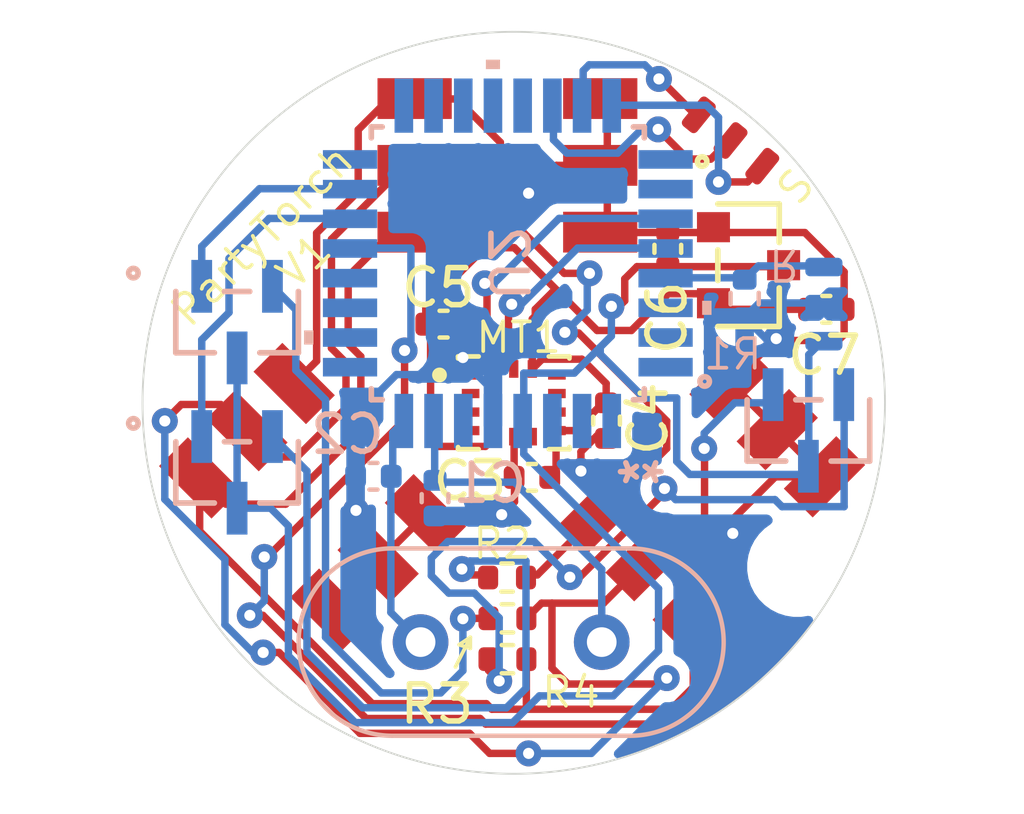
<source format=kicad_pcb>
(kicad_pcb (version 20240108) (generator "pcbnew") (generator_version "8.0")
  (layers (0 "F.Cu" signal) (31 "B.Cu" power) (34 "B.Paste" user) (35 "F.Paste" user) (36 "B.SilkS" user "B.Silkscreen") (37 "F.SilkS" user "F.Silkscreen") (38 "B.Mask" user) (39 "F.Mask" user) (44 "Edge.Cuts" user))
  (net 0 "")
  (net 1 "GND")
  (net 2 "/microcontroller/XTAL1")
  (net 3 "/microcontroller/XTAL2")
  (net 13 "Net-(U3-EMITTER)")
  (net 15 "Net-(U4-EMITTER)")
  (net 19 "Net-(U5-EMITTER)")
  (net 21 "+5V")
  (net 22 "+3V3")
  (net 35 "Red")
  (net 36 "IMU_SCL")
  (net 37 "IMU_SDA")
  (net 38 "Green")
  (net 39 "Blue")
  (net 40 "redPin")
  (net 41 "greenPin")
  (net 42 "bluePin")
  (net 43 "/microcontroller/ICSP_Reset")
  (net 44 "/microcontroller/ICSP_MISO")
  (net 45 "/microcontroller/ICSP_MOSI")
  (net 46 "/microcontroller/ICSP_SCK")
  (footprint "Library:QLSP08RGB" (layer "F.Cu") (at 117.804416 113.845585 -45)
    (property "Reference" "QLSP08RGB1")
    (property "Value" "~")
    (pad "1" smd rect (at 2.5 -1.8 315) (size 2 1.1) (layers "F.Cu" "F.Paste" "F.Mask") (net 1 "GND"))
    (pad "2" smd rect (at -2.5 -1.8 315) (size 2 1.1) (layers "F.Cu" "F.Paste" "F.Mask") (net 39 "Blue"))
    (pad "3" smd rect (at 2.5 -3.599999 315) (size 2 1.1) (layers "F.Cu" "F.Paste" "F.Mask") (net 1 "GND"))
    (pad "4" smd rect (at -2.5 -3.599999 315) (size 2 1.1) (layers "F.Cu" "F.Paste" "F.Mask") (net 38 "Green"))
    (pad "5" smd rect (at 2.5 -5.400001 315) (size 2 1.1) (layers "F.Cu" "F.Paste" "F.Mask") (net 1 "GND"))
    (pad "6" smd rect (at -2.5 -5.400001 315) (size 2 1.1) (layers "F.Cu" "F.Paste" "F.Mask") (net 35 "Red"))
  )
  (footprint "Resistor_SMD:R_0402_1005Metric" (layer "F.Cu") (at 125.6 115.69)
    (property "Reference" "R4" (at 1.71 0.89 0) (layer "F.SilkS") (effects (font (size 0.8 0.8) (thickness 0.1))))
    (property "Value" "27")
    (pad "1" smd roundrect (at -0.51 0) (size 0.54 0.64) (layers "F.Cu" "F.Paste" "F.Mask") (net 19 "Net-(U5-EMITTER)"))
    (pad "2" smd roundrect (at 0.51 0) (size 0.54 0.64) (layers "F.Cu" "F.Paste" "F.Mask") (net 39 "Blue"))
  )
  (footprint "Library:QLSP08RGB" (layer "F.Cu") (at 125.6 105.98)
    (property "Reference" "QLSP08RGB2" (hide yes))
    (property "Value" "~")
    (pad "1" smd rect (at 2.5 -1.8) (size 2 1.1) (layers "F.Cu" "F.Paste" "F.Mask") (net 1 "GND"))
    (pad "2" smd rect (at -2.5 -1.8) (size 2 1.1) (layers "F.Cu" "F.Paste" "F.Mask") (net 39 "Blue"))
    (pad "3" smd rect (at 2.5 -3.6) (size 2 1.1) (layers "F.Cu" "F.Paste" "F.Mask") (net 1 "GND"))
    (pad "4" smd rect (at -2.5 -3.6) (size 2 1.1) (layers "F.Cu" "F.Paste" "F.Mask") (net 38 "Green"))
    (pad "5" smd rect (at 2.5 -5.4) (size 2 1.1) (layers "F.Cu" "F.Paste" "F.Mask") (net 1 "GND"))
    (pad "6" smd rect (at -2.5 -5.4) (size 2 1.1) (layers "F.Cu" "F.Paste" "F.Mask") (net 35 "Red"))
  )
  (footprint "Resistor_SMD:R_0402_1005Metric" (layer "F.Cu") (at 125.59 113.49)
    (property "Reference" "R2" (at -0.13 -0.92 0) (layer "F.SilkS") (effects (font (size 0.8 0.8) (thickness 0.1))))
    (property "Value" "43")
    (pad "1" smd roundrect (at -0.51 0) (size 0.54 0.64) (layers "F.Cu" "F.Paste" "F.Mask") (net 13 "Net-(U3-EMITTER)"))
    (pad "2" smd roundrect (at 0.51 0) (size 0.54 0.64) (layers "F.Cu" "F.Paste" "F.Mask") (net 35 "Red"))
  )
  (footprint "AP2120N_3_3TRG1:SOT-23_DIO" (layer "F.Cu") (at 132.095 105.071501 -90)
    (property "Reference" "U1" (hide yes))
    (property "Value" "AP2120N-3.3TRG1")
    (pad "1" smd rect (at -1.024999 0.944999 270) (size 0.8128 0.889) (layers "F.Cu" "F.Paste" "F.Mask") (net 1 "GND"))
    (pad "2" smd rect (at 1.024999 0.944999 270) (size 0.8128 0.889) (layers "F.Cu" "F.Paste" "F.Mask") (net 22 "+3V3"))
    (pad "3" smd rect (at 0 -0.945 270) (size 0.8128 0.889) (layers "F.Cu" "F.Paste" "F.Mask") (net 21 "+5V"))
  )
  (footprint "Capacitor_SMD:C_0402_1005Metric" (layer "F.Cu") (at 126.26 110.79 180)
    (property "Reference" "C3" (at 1.67 -0.09 180) (layer "F.SilkS"))
    (property "Value" "0.1u")
    (pad "1" smd roundrect (at -0.48 0 180) (size 0.56 0.62) (layers "F.Cu" "F.Paste" "F.Mask") (net 22 "+3V3"))
    (pad "2" smd roundrect (at 0.48 0 180) (size 0.56 0.62) (layers "F.Cu" "F.Paste" "F.Mask") (net 1 "GND"))
  )
  (footprint "MountingHole:MountingHole_2.2mm_M2" (layer "F.Cu") (at 133.41 113.2)
    (property "Reference" "H1" (hide yes))
    (property "Value" "MountingHole")
    (pad "" np_thru_hole circle (at 0 0) (size 2.2 2.2) (drill 2.2) (layers "*.Cu" "*.Mask"))
  )
  (footprint "ICM_42670_P:XDCR_ICM-42670-P" (layer "F.Cu") (at 125.77 108.78)
    (property "Reference" "MT1" (at 0.13 -1.76 0) (layer "F.SilkS") (effects (font (size 0.8 0.8) (thickness 0.1))))
    (property "Value" "ICM-42670-P")
    (pad "1" smd rect (at -1.1625 -0.75) (size 0.475 0.25) (layers "F.Cu") (net 1 "GND"))
    (pad "2" smd rect (at -1.1625 -0.25) (size 0.475 0.25) (layers "F.Cu"))
    (pad "3" smd rect (at -1.1625 0.25) (size 0.475 0.25) (layers "F.Cu"))
    (pad "4" smd rect (at -1.1625 0.75) (size 0.475 0.25) (layers "F.Cu"))
    (pad "5" smd rect (at -0.5 0.9125) (size 0.25 0.475) (layers "F.Cu") (net 22 "+3V3"))
    (pad "6" smd rect (at 0 0.9125) (size 0.25 0.475) (layers "F.Cu") (net 1 "GND"))
    (pad "7" smd rect (at 0.5 0.9125) (size 0.25 0.475) (layers "F.Cu"))
    (pad "8" smd rect (at 1.1625 0.75) (size 0.475 0.25) (layers "F.Cu") (net 22 "+3V3"))
    (pad "9" smd rect (at 1.1625 0.25) (size 0.475 0.25) (layers "F.Cu"))
    (pad "10" smd rect (at 1.1625 -0.25) (size 0.475 0.25) (layers "F.Cu"))
    (pad "11" smd rect (at 1.1625 -0.75) (size 0.475 0.25) (layers "F.Cu"))
    (pad "12" smd rect (at 0.5 -0.9125) (size 0.25 0.475) (layers "F.Cu") (net 22 "+3V3"))
    (pad "13" smd rect (at 0 -0.9125) (size 0.25 0.475) (layers "F.Cu") (net 36 "IMU_SCL"))
    (pad "14" smd rect (at -0.5 -0.9125) (size 0.25 0.475) (layers "F.Cu") (net 37 "IMU_SDA"))
  )
  (footprint "Capacitor_SMD:C_0402_1005Metric" (layer "F.Cu") (at 129.92 104.63 -90)
    (property "Reference" "C6" (at 1.86 0.02 90) (layer "F.SilkS"))
    (property "Value" "1u")
    (pad "1" smd roundrect (at -0.48 0 270) (size 0.56 0.62) (layers "F.Cu" "F.Paste" "F.Mask") (net 1 "GND"))
    (pad "2" smd roundrect (at 0.48 0 270) (size 0.56 0.62) (layers "F.Cu" "F.Paste" "F.Mask") (net 21 "+5V"))
  )
  (footprint "ICSP_partyTorch:ICSP" (layer "F.Cu") (at 131.58001 104.130557 51)
    (property "Reference" "U7" (hide yes))
    (property "Value" "~")
    (pad "1" smd roundrect (at 1.899999 -0.4 51) (size 1 0.5) (layers "F.Cu" "F.Paste" "F.Mask") (net 46 "/microcontroller/ICSP_SCK") (clearance 0.1))
    (pad "2" smd roundrect (at 1.899999 -1.499999 51) (size 1 0.5) (layers "F.Cu" "F.Paste" "F.Mask") (net 45 "/microcontroller/ICSP_MOSI") (clearance 0.1))
    (pad "3" smd roundrect (at 1.9 -2.600001 51) (size 1 0.5) (layers "F.Cu" "F.Paste" "F.Mask") (net 44 "/microcontroller/ICSP_MISO") (clearance 0.1))
  )
  (footprint "Library:QLSP08RGB" (layer "F.Cu") (at 133.645585 113.815585 45)
    (property "Reference" "QLSP08RGB3")
    (property "Value" "~")
    (pad "1" smd rect (at 2.5 -1.8 45) (size 2 1.1) (layers "F.Cu" "F.Paste" "F.Mask") (net 1 "GND"))
    (pad "2" smd rect (at -2.5 -1.8 45) (size 2 1.1) (layers "F.Cu" "F.Paste" "F.Mask") (net 39 "Blue"))
    (pad "3" smd rect (at 2.5 -3.599999 45) (size 2 1.1) (layers "F.Cu" "F.Paste" "F.Mask") (net 1 "GND"))
    (pad "4" smd rect (at -2.5 -3.599999 45) (size 2 1.1) (layers "F.Cu" "F.Paste" "F.Mask") (net 38 "Green"))
    (pad "5" smd rect (at 2.5 -5.400001 45) (size 2 1.1) (layers "F.Cu" "F.Paste" "F.Mask") (net 1 "GND"))
    (pad "6" smd rect (at -2.5 -5.400001 45) (size 2 1.1) (layers "F.Cu" "F.Paste" "F.Mask") (net 35 "Red"))
  )
  (footprint "Capacitor_SMD:C_0402_1005Metric" (layer "F.Cu") (at 134.19 106.26)
    (property "Reference" "C7" (at -0.05 1.24 180) (layer "F.SilkS"))
    (property "Value" "1u")
    (pad "1" smd roundrect (at -0.48 0) (size 0.56 0.62) (layers "F.Cu" "F.Paste" "F.Mask") (net 22 "+3V3"))
    (pad "2" smd roundrect (at 0.48 0) (size 0.56 0.62) (layers "F.Cu" "F.Paste" "F.Mask") (net 1 "GND"))
  )
  (footprint "Capacitor_SMD:C_0402_1005Metric" (layer "F.Cu") (at 123.88 106.66)
    (property "Reference" "C5" (at -0.14 -0.980001 0) (layer "F.SilkS"))
    (property "Value" "10n")
    (pad "1" smd roundrect (at -0.48 0) (size 0.56 0.62) (layers "F.Cu" "F.Paste" "F.Mask") (net 22 "+3V3"))
    (pad "2" smd roundrect (at 0.48 0) (size 0.56 0.62) (layers "F.Cu" "F.Paste" "F.Mask") (net 1 "GND"))
  )
  (footprint "Resistor_SMD:R_0402_1005Metric" (layer "F.Cu") (at 125.6 114.59)
    (property "Reference" "R3" (at -1.9 2.31 180) (layer "F.SilkS"))
    (property "Value" "27")
    (pad "1" smd roundrect (at -0.51 0) (size 0.54 0.64) (layers "F.Cu" "F.Paste" "F.Mask") (net 15 "Net-(U4-EMITTER)"))
    (pad "2" smd roundrect (at 0.51 0) (size 0.54 0.64) (layers "F.Cu" "F.Paste" "F.Mask") (net 38 "Green"))
  )
  (footprint "Capacitor_SMD:C_0402_1005Metric" (layer "F.Cu") (at 128.27 109.26 -90)
    (property "Reference" "C4" (at -0.05 -1.12 90) (layer "F.SilkS"))
    (property "Value" "2.2u")
    (pad "1" smd roundrect (at -0.48 0 270) (size 0.56 0.62) (layers "F.Cu" "F.Paste" "F.Mask") (net 22 "+3V3"))
    (pad "2" smd roundrect (at 0.48 0 270) (size 0.56 0.62) (layers "F.Cu" "F.Paste" "F.Mask") (net 1 "GND"))
  )
  (footprint "MMBTA13LT1G:SOT-23_ONS" (layer "B.Cu") (at 118.3175 110.6552)
    (property "Reference" "U3" (hide yes))
    (property "Value" "MMBTA13LT1G")
    (pad "1" smd rect (at -0.9525 -0.9652) (size 0.5588 1.4224) (layers "B.Cu" "B.Paste" "B.Mask") (net 40 "redPin"))
    (pad "2" smd rect (at 0.9525 -0.9652) (size 0.5588 1.4224) (layers "B.Cu" "B.Paste" "B.Mask") (net 13 "Net-(U3-EMITTER)"))
    (pad "3" smd rect (at 0 0.965199) (size 0.5588 1.4224) (layers "B.Cu" "B.Paste" "B.Mask") (net 21 "+5V"))
  )
  (footprint "power_reset:power_reset" (layer "B.Cu") (at 135.325001 104.82)
    (property "Reference" "U6" (hide yes))
    (property "Value" "~")
    (fp_text user "R" (at -2.745001 -0.23 180) (layer "B.SilkS") (effects (font (size 0.8 0.8) (thickness 0.1) (bold yes)) (justify left bottom mirror)))
    (pad "1" smd roundrect (at -1.2 0.3) (size 1 0.5) (layers "B.Cu" "B.Paste" "B.Mask") (net 43 "/microcontroller/ICSP_Reset"))
    (pad "2" smd roundrect (at -1.2 1.3) (size 1 0.5) (layers "B.Cu" "B.Paste" "B.Mask") (net 1 "GND"))
    (pad "3" smd roundrect (at -1.200001 2.3) (size 1 0.5) (layers "B.Cu" "B.Paste" "B.Mask") (net 21 "+5V"))
  )
  (footprint "Capacitor_SMD:C_0402_1005Metric" (layer "B.Cu") (at 123.65 111.35 -90)
    (property "Reference" "C1" (at -0.4 -1.48 180) (layer "B.SilkS") (effects (justify mirror)))
    (property "Value" "22p")
    (pad "1" smd roundrect (at -0.48 0 270) (size 0.56 0.62) (layers "B.Cu" "B.Paste" "B.Mask") (net 2 "/microcontroller/XTAL1"))
    (pad "2" smd roundrect (at 0.48 0 270) (size 0.56 0.62) (layers "B.Cu" "B.Paste" "B.Mask") (net 1 "GND"))
  )
  (footprint "Capacitor_SMD:C_0402_1005Metric" (layer "B.Cu") (at 121.99 110.76 180)
    (property "Reference" "C2" (at 0.7 1.13 0) (layer "B.SilkS") (effects (justify mirror)))
    (property "Value" "22p")
    (pad "1" smd roundrect (at -0.48 0 180) (size 0.56 0.62) (layers "B.Cu" "B.Paste" "B.Mask") (net 3 "/microcontroller/XTAL2"))
    (pad "2" smd roundrect (at 0.48 0 180) (size 0.56 0.62) (layers "B.Cu" "B.Paste" "B.Mask") (net 1 "GND"))
  )
  (footprint "MMBTA13LT1G:SOT-23_ONS" (layer "B.Cu") (at 118.3175 106.6052)
    (property "Reference" "U4" (hide yes))
    (property "Value" "MMBTA13LT1G")
    (pad "1" smd rect (at -0.9525 -0.9652) (size 0.5588 1.4224) (layers "B.Cu" "B.Paste" "B.Mask") (net 41 "greenPin"))
    (pad "2" smd rect (at 0.9525 -0.9652) (size 0.5588 1.4224) (layers "B.Cu" "B.Paste" "B.Mask") (net 15 "Net-(U4-EMITTER)"))
    (pad "3" smd rect (at 0 0.965199) (size 0.5588 1.4224) (layers "B.Cu" "B.Paste" "B.Mask") (net 21 "+5V"))
  )
  (footprint "MMBTA13LT1G:SOT-23_ONS" (layer "B.Cu") (at 133.7075 109.5252)
    (property "Reference" "U5" (hide yes))
    (property "Value" "MMBTA13LT1G")
    (pad "1" smd rect (at -0.9525 -0.9652) (size 0.5588 1.4224) (layers "B.Cu" "B.Paste" "B.Mask") (net 42 "bluePin"))
    (pad "2" smd rect (at 0.9525 -0.9652) (size 0.5588 1.4224) (layers "B.Cu" "B.Paste" "B.Mask") (net 19 "Net-(U5-EMITTER)"))
    (pad "3" smd rect (at 0 0.965199) (size 0.5588 1.4224) (layers "B.Cu" "B.Paste" "B.Mask") (net 21 "+5V"))
  )
  (footprint "Crystal:Crystal_HC49-4H_Vertical" (layer "B.Cu") (at 128.14 115.23 180)
    (property "Reference" "Y1" (hide yes))
    (property "Value" "Crystal")
    (pad "1" thru_hole circle (at 0 0 180) (size 1.5 1.5) (drill 0.8) (layers "*.Cu" "*.Mask") (net 2 "/microcontroller/XTAL1"))
    (pad "2" thru_hole circle (at 4.88 0 180) (size 1.5 1.5) (drill 0.8) (layers "*.Cu" "*.Mask") (net 3 "/microcontroller/XTAL2"))
  )
  (footprint "Resistor_SMD:R_0402_1005Metric" (layer "B.Cu") (at 131.99 105.97 -90)
    (property "Reference" "R1" (at 1.5 0.32 180) (layer "B.SilkS") (effects (font (size 0.8 0.8) (thickness 0.1)) (justify mirror)))
    (property "Value" "10k")
    (pad "1" smd roundrect (at -0.509999 0 270) (size 0.54 0.64) (layers "B.Cu" "B.Paste" "B.Mask") (net 43 "/microcontroller/ICSP_Reset"))
    (pad "2" smd roundrect (at 0.509999 0 270) (size 0.54 0.64) (layers "B.Cu" "B.Paste" "B.Mask") (net 1 "GND"))
  )
  (footprint "ATMEGA328PB_AU:32A_MCH" (layer "B.Cu") (at 125.610001 105.019999 90)
    (property "Reference" "U2" (at 0 0 -90) (layer "B.SilkS") (effects (justify mirror)))
    (property "Value" "ATMEGA328PB-AU")
    (fp_text user "*" (at -5.6156 3.581 -90) (layer "B.SilkS") (effects (justify mirror)))
    (fp_text user "*" (at -5.6156 3.581 -90) (layer "B.SilkS") (effects (justify mirror)))
    (pad "1" smd rect (at -4.249999 2.799999) (size 0.5008 1.4612) (layers "B.Cu" "B.Paste" "B.Mask"))
    (pad "2" smd rect (at -4.249999 2.000001) (size 0.5008 1.4612) (layers "B.Cu" "B.Paste" "B.Mask"))
    (pad "3" smd rect (at -4.249999 1.2) (size 0.5008 1.4612) (layers "B.Cu" "B.Paste" "B.Mask"))
    (pad "4" smd rect (at -4.249999 0.399999) (size 0.5008 1.4612) (layers "B.Cu" "B.Paste" "B.Mask") (net 21 "+5V"))
    (pad "5" smd rect (at -4.249999 -0.399999) (size 0.5008 1.4612) (layers "B.Cu" "B.Paste" "B.Mask") (net 1 "GND"))
    (pad "6" smd rect (at -4.249999 -1.2) (size 0.5008 1.4612) (layers "B.Cu" "B.Paste" "B.Mask"))
    (pad "7" smd rect (at -4.249999 -1.999999) (size 0.5008 1.4612) (layers "B.Cu" "B.Paste" "B.Mask") (net 2 "/microcontroller/XTAL1"))
    (pad "8" smd rect (at -4.249999 -2.799999) (size 0.5008 1.4612) (layers "B.Cu" "B.Paste" "B.Mask") (net 3 "/microcontroller/XTAL2"))
    (pad "9" smd rect (at -2.799999 -4.249999 90) (size 0.5008 1.4612) (layers "B.Cu" "B.Paste" "B.Mask"))
    (pad "10" smd rect (at -2.000001 -4.249999 90) (size 0.5008 1.4612) (layers "B.Cu" "B.Paste" "B.Mask"))
    (pad "11" smd rect (at -1.2 -4.249999 90) (size 0.5008 1.4612) (layers "B.Cu" "B.Paste" "B.Mask"))
    (pad "12" smd rect (at -0.399999 -4.249999 90) (size 0.5008 1.4612) (layers "B.Cu" "B.Paste" "B.Mask"))
    (pad "13" smd rect (at 0.399999 -4.249999 90) (size 0.5008 1.4612) (layers "B.Cu" "B.Paste" "B.Mask") (net 42 "bluePin"))
    (pad "14" smd rect (at 1.2 -4.249999 90) (size 0.5008 1.4612) (layers "B.Cu" "B.Paste" "B.Mask") (net 40 "redPin"))
    (pad "15" smd rect (at 1.999999 -4.249999 90) (size 0.5008 1.4612) (layers "B.Cu" "B.Paste" "B.Mask") (net 41 "greenPin"))
    (pad "16" smd rect (at 2.799999 -4.249999 90) (size 0.5008 1.4612) (layers "B.Cu" "B.Paste" "B.Mask"))
    (pad "17" smd rect (at 4.249999 -2.799999) (size 0.5008 1.4612) (layers "B.Cu" "B.Paste" "B.Mask"))
    (pad "18" smd rect (at 4.249999 -2.000001) (size 0.5008 1.4612) (layers "B.Cu" "B.Paste" "B.Mask"))
    (pad "19" smd rect (at 4.249999 -1.2) (size 0.5008 1.4612) (layers "B.Cu" "B.Paste" "B.Mask"))
    (pad "20" smd rect (at 4.249999 -0.399999) (size 0.5008 1.4612) (layers "B.Cu" "B.Paste" "B.Mask"))
    (pad "21" smd rect (at 4.249999 0.399999) (size 0.5008 1.4612) (layers "B.Cu" "B.Paste" "B.Mask"))
    (pad "22" smd rect (at 4.249999 1.2) (size 0.5008 1.4612) (layers "B.Cu" "B.Paste" "B.Mask") (net 45 "/microcontroller/ICSP_MOSI"))
    (pad "23" smd rect (at 4.249999 1.999999) (size 0.5008 1.4612) (layers "B.Cu" "B.Paste" "B.Mask") (net 44 "/microcontroller/ICSP_MISO"))
    (pad "24" smd rect (at 4.249999 2.799999) (size 0.5008 1.4612) (layers "B.Cu" "B.Paste" "B.Mask") (net 46 "/microcontroller/ICSP_SCK"))
    (pad "25" smd rect (at 2.799999 4.249999 90) (size 0.5008 1.4612) (layers "B.Cu" "B.Paste" "B.Mask"))
    (pad "26" smd rect (at 2.000001 4.249999 90) (size 0.5008 1.4612) (layers "B.Cu" "B.Paste" "B.Mask"))
    (pad "27" smd rect (at 1.2 4.249999 90) (size 0.5008 1.4612) (layers "B.Cu" "B.Paste" "B.Mask") (net 37 "IMU_SDA"))
    (pad "28" smd rect (at 0.399999 4.249999 90) (size 0.5008 1.4612) (layers "B.Cu" "B.Paste" "B.Mask") (net 36 "IMU_SCL"))
    (pad "29" smd rect (at -0.399999 4.249999 90) (size 0.5008 1.4612) (layers "B.Cu" "B.Paste" "B.Mask") (net 43 "/microcontroller/ICSP_Reset"))
    (pad "30" smd rect (at -1.2 4.249999 90) (size 0.5008 1.4612) (layers "B.Cu" "B.Paste" "B.Mask"))
    (pad "31" smd rect (at -1.999999 4.249999 90) (size 0.5008 1.4612) (layers "B.Cu" "B.Paste" "B.Mask"))
    (pad "32" smd rect (at -2.799999 4.249999 90) (size 0.5008 1.4612) (layers "B.Cu" "B.Paste" "B.Mask"))
  )
  (gr_line (start 124.6 115.1) (end 124.3 115.3) (stroke (width 0.1)) (layer "F.SilkS"))
  (gr_line (start 124.3 115.3) (end 124.6 115.4) (stroke (width 0.1)) (layer "F.SilkS"))
  (gr_line (start 124.2 115.9) (end 124.6 115.1) (stroke (width 0.1)) (layer "F.SilkS"))
  (gr_line (start 124.6 115.4) (end 124.6 115.1) (stroke (width 0.1)) (layer "F.SilkS"))
  (gr_circle (center 125.77 108.78) (end 135.77 108.78) (stroke (width 0.05)) (fill none) (layer "Edge.Cuts"))
  (gr_text "S" (at 133.45 103.6 51) (layer "F.SilkS") (effects (font (size 0.8 0.8) (thickness 0.1)) (justify left bottom)))
  (gr_text "PartyTorch \nV1" (at 120.45 105.29 45) (layer "F.SilkS") (effects (font (size 0.8 0.8) (thickness 0.1)) (justify bottom)))
  (segment (start 132.89 107.1) (end 132.84 107.05) (width 0.2) (layer "F.Cu") (net 1))
  (segment (start 134.29 104.87) (end 134.67 105.25) (width 0.2) (layer "F.Cu") (net 1))
  (segment (start 127.659398 110.540602) (end 127.859398 110.540602) (width 0.2) (layer "F.Cu") (net 1))
  (segment (start 123.39056 111.794975) (end 125.445025 111.794975) (width 0.2) (layer "F.Cu") (net 1))
  (segment (start 124.4 106.7) (end 124.36 106.66) (width 0.2) (layer "F.Cu") (net 1))
  (segment (start 134.67 106.94) (end 134.51 107.1) (width 0.2) (layer "F.Cu") (net 1))
  (segment (start 124.4 107.8225) (end 124.6075 108.03) (width 0.2) (layer "F.Cu") (net 1))
  (segment (start 134.29 104.87) (end 133.61 104.19) (width 0.2) (layer "F.Cu") (net 1))
  (segment (start 131.660559 108.229441) (end 132.84 107.05) (width 0.2) (layer "F.Cu") (net 1))
  (segment (start 134.67 105.25) (end 134.67 106.26) (width 0.2) (layer "F.Cu") (net 1))
  (segment (start 123.39056 111.794975) (end 120.844975 114.34056) (width 0.2) (layer "F.Cu") (net 1))
  (segment (start 131.67 111.92) (end 131.67 112.3) (width 0.2) (layer "F.Cu") (net 1))
  (segment (start 131.594975 108.229441) (end 131.660559 108.229441) (width 0.2) (layer "F.Cu") (net 1))
  (segment (start 127.58 110.62) (end 127.58 110.1) (width 0.2) (layer "F.Cu") (net 1))
  (segment (start 134.67 106.26) (end 134.67 106.94) (width 0.2) (layer "F.Cu") (net 1))
  (segment (start 131.594975 108.229441) (end 134.14056 110.775026) (width 0.2) (layer "F.Cu") (net 1))
  (segment (start 127.58 110.1) (end 128.02 109.66) (width 0.2) (layer "F.Cu") (net 1))
  (segment (start 124.4 107.56) (end 124.4 107.8225) (width 0.2) (layer "F.Cu") (net 1))
  (segment (start 131.594975 108.229441) (end 132.030559 108.229441) (width 0.2) (layer "F.Cu") (net 1))
  (segment (start 134.14056 110.775026) (end 132.814974 110.775026) (width 0.2) (layer "F.Cu") (net 1))
  (segment (start 125.78 109.7025) (end 125.77 109.6925) (width 0.2) (layer "F.Cu") (net 1))
  (segment (start 125.79 111.45) (end 125.79 110.81) (width 0.2) (layer "F.Cu") (net 1))
  (segment (start 132.814974 110.775026) (end 131.67 111.92) (width 0.2) (layer "F.Cu") (net 1))
  (segment (start 134.14056 110.775026) (end 134.14056 110.84944) (width 0.2) (layer "F.Cu") (net 1))
  (segment (start 121.52 112.470001) (end 122.117767 113.067768) (width 0.2) (layer "F.Cu") (net 1))
  (segment (start 126.92 102.38) (end 126.17 103.13) (width 0.2) (layer "F.Cu") (net 1))
  (segment (start 125.54 111.7) (end 125.79 111.45) (width 0.2) (layer "F.Cu") (net 1))
  (segment (start 124.4 107.56) (end 124.4 106.7) (width 0.2) (layer "F.Cu") (net 1))
  (segment (start 128.29 104.19) (end 128.29 100.59) (width 0.2) (layer "F.Cu") (net 1))
  (segment (start 125.78 110.79) (end 125.78 109.7025) (width 0.2) (layer "F.Cu") (net 1))
  (segment (start 125.445025 111.794975) (end 125.54 111.7) (width 0.2) (layer "F.Cu") (net 1))
  (segment (start 134.51 107.1) (end 132.89 107.1) (width 0.2) (layer "F.Cu") (net 1))
  (segment (start 121.52 111.68) (end 121.52 112.470001) (width 0.2) (layer "F.Cu") (net 1))
  (segment (start 127.58 110.62) (end 127.659398 110.540602) (width 0.2) (layer "F.Cu") (net 1))
  (segment (start 125.77 110.79) (end 125.79 110.81) (width 0.2) (layer "F.Cu") (net 1))
  (segment (start 133.61 104.19) (end 128.29 104.19) (width 0.2) (layer "F.Cu") (net 1))
  (segment (start 128.1 102.38) (end 126.92 102.38) (width 0.2) (layer "F.Cu") (net 1))
  (via (at 131.67 112.3) (size 0.7) (drill 0.3) (layers "F.Cu" "B.Cu") (net 1))
  (via (at 121.52 111.68) (size 0.7) (drill 0.3) (layers "F.Cu" "B.Cu") (net 1))
  (via (at 125.445025 111.794975) (size 0.7) (drill 0.3) (layers "F.Cu" "B.Cu") (net 1))
  (via (at 127.58 110.62) (size 0.7) (drill 0.3) (layers "F.Cu" "B.Cu") (net 1))
  (via (at 124.4 107.56) (size 0.7) (drill 0.3) (layers "F.Cu" "B.Cu") (net 1))
  (via (at 132.84 107.05) (size 0.7) (drill 0.3) (layers "F.Cu" "B.Cu") (net 1))
  (via (at 126.17 103.13) (size 0.7) (drill 0.3) (layers "F.Cu" "B.Cu") (net 1))
  (segment (start 121.52 111.68) (end 121.51 111.67) (width 0.2) (layer "B.Cu") (net 1))
  (segment (start 123.31 108.02) (end 122.61 108.02) (width 0.2) (layer "B.Cu") (net 1))
  (segment (start 124.4 107.56) (end 124.4 107.638999) (width 0.2) (layer "B.Cu") (net 1))
  (segment (start 125.240002 108.479001) (end 125.240002 109.26) (width 0.2) (layer "B.Cu") (net 1))
  (segment (start 122.61 108.02) (end 121.51 109.12) (width 0.2) (layer "B.Cu") (net 1))
  (segment (start 132.560001 107.05) (end 131.99 106.479999) (width 0.2) (layer "B.Cu") (net 1))
  (segment (start 123.685025 111.794975) (end 123.65 111.83) (width 0.2) (layer "B.Cu") (net 1))
  (segment (start 121.51 109.12) (end 121.51 110.76) (width 0.2) (layer "B.Cu") (net 1))
  (segment (start 134.11 106.089999) (end 132.38 106.089999) (width 0.2) (layer "B.Cu") (net 1))
  (segment (start 125.445025 111.794975) (end 123.685025 111.794975) (width 0.2) (layer "B.Cu") (net 1))
  (segment (start 124.4 107.56) (end 123.77 107.56) (width 0.2) (layer "B.Cu") (net 1))
  (segment (start 132.84 107.05) (end 132.560001 107.05) (width 0.2) (layer "B.Cu") (net 1))
  (segment (start 124.4 107.638999) (end 125.240002 108.479001) (width 0.2) (layer "B.Cu") (net 1))
  (segment (start 121.51 111.67) (end 121.51 110.76) (width 0.2) (layer "B.Cu") (net 1))
  (segment (start 132.38 106.089999) (end 131.99 106.479999) (width 0.2) (layer "B.Cu") (net 1))
  (segment (start 123.77 107.56) (end 123.31 108.02) (width 0.2) (layer "B.Cu") (net 1))
  (segment (start 125.79 110.92) (end 123.64 110.92) (width 0.2) (layer "B.Cu") (net 2))
  (segment (start 128.14 113.27) (end 125.79 110.92) (width 0.2) (layer "B.Cu") (net 2))
  (segment (start 123.64 110.92) (end 123.64 109.260002) (width 0.2) (layer "B.Cu") (net 2))
  (segment (start 123.64 109.260002) (end 123.640002 109.26) (width 0.2) (layer "B.Cu") (net 2))
  (segment (start 128.14 115.23) (end 128.14 113.27) (width 0.2) (layer "B.Cu") (net 2))
  (segment (start 122.46 110.77) (end 122.47 110.76) (width 0.2) (layer "B.Cu") (net 3))
  (segment (start 122.51 110.91) (end 122.51 109.590002) (width 0.2) (layer "B.Cu") (net 3))
  (segment (start 122.46 114.43) (end 122.46 110.77) (width 0.2) (layer "B.Cu") (net 3))
  (segment (start 122.51 109.590002) (end 122.840002 109.26) (width 0.2) (layer "B.Cu") (net 3))
  (segment (start 123.26 115.23) (end 122.46 114.43) (width 0.2) (layer "B.Cu") (net 3))
  (segment (start 124.37238 113.26) (end 124.53238 113.42) (width 0.2) (layer "F.Cu") (net 13))
  (segment (start 124.53238 113.42) (end 125.05 113.42) (width 0.2) (layer "F.Cu") (net 13))
  (via (at 124.37238 113.26) (size 0.7) (drill 0.3) (layers "F.Cu" "B.Cu") (net 13))
  (segment (start 120.2 110.62) (end 119.27 109.69) (width 0.2) (layer "B.Cu") (net 13))
  (segment (start 121.7 117) (end 120.2 115.5) (width 0.2) (layer "B.Cu") (net 13))
  (segment (start 126.1 116.474435) (end 125.574435 117) (width 0.2) (layer "B.Cu") (net 13))
  (segment (start 125.574435 117) (end 121.7 117) (width 0.2) (layer "B.Cu") (net 13))
  (segment (start 124.37238 113.26) (end 124.588392 113.043988) (width 0.2) (layer "B.Cu") (net 13))
  (segment (start 126.1 113.043988) (end 126.1 116.474435) (width 0.2) (layer "B.Cu") (net 13))
  (segment (start 124.588392 113.043988) (end 126.1 113.043988) (width 0.2) (layer "B.Cu") (net 13))
  (segment (start 120.2 115.5) (end 120.2 110.62) (width 0.2) (layer "B.Cu") (net 13))
  (segment (start 124.4 114.6) (end 124.41 114.59) (width 0.2) (layer "F.Cu") (net 15))
  (segment (start 124.41 114.59) (end 125.09 114.59) (width 0.2) (layer "F.Cu") (net 15))
  (via (at 124.4 114.6) (size 0.7) (drill 0.3) (layers "F.Cu" "B.Cu") (net 15))
  (segment (start 119.9 107.900998) (end 119.9 106.27) (width 0.2) (layer "B.Cu") (net 15))
  (segment (start 120.7 115.1) (end 120.7 108.700998) (width 0.2) (layer "B.Cu") (net 15))
  (segment (start 124.4 116) (end 123.8 116.6) (width 0.2) (layer "B.Cu") (net 15))
  (segment (start 122.2 116.6) (end 120.7 115.1) (width 0.2) (layer "B.Cu") (net 15))
  (segment (start 119.9 106.27) (end 119.27 105.64) (width 0.2) (layer "B.Cu") (net 15))
  (segment (start 120.7 108.700998) (end 119.9 107.900998) (width 0.2) (layer "B.Cu") (net 15))
  (segment (start 123.8 116.6) (end 122.2 116.6) (width 0.2) (layer "B.Cu") (net 15))
  (segment (start 124.4 114.6) (end 124.4 116) (width 0.2) (layer "B.Cu") (net 15))
  (segment (start 127.546498 113.48) (end 127.28 113.48) (width 0.2) (layer "F.Cu") (net 19))
  (segment (start 129.83 111.196498) (end 127.546498 113.48) (width 0.2) (layer "F.Cu") (net 19))
  (segment (start 125.09 115.99) (end 125.09 115.69) (width 0.2) (layer "F.Cu") (net 19))
  (segment (start 129.83 111.09) (end 129.83 111.196498) (width 0.2) (layer "F.Cu") (net 19))
  (segment (start 125.377598 116.277598) (end 125.09 115.99) (width 0.2) (layer "F.Cu") (net 19))
  (via (at 127.28 113.48) (size 0.7) (drill 0.3) (layers "F.Cu" "B.Cu") (net 19))
  (via (at 125.377598 116.277598) (size 0.7) (drill 0.3) (layers "F.Cu" "B.Cu") (net 19))
  (via (at 129.83 111.09) (size 0.7) (drill 0.3) (layers "F.Cu" "B.Cu") (net 19))
  (segment (start 132.806501 111.39) (end 132.996501 111.58) (width 0.2) (layer "B.Cu") (net 19))
  (segment (start 132.996501 111.58) (end 134.67 111.58) (width 0.2) (layer "B.Cu") (net 19))
  (segment (start 123.55 113.44) (end 123.55 112.963065) (width 0.2) (layer "B.Cu") (net 19))
  (segment (start 130.13 111.39) (end 132.806501 111.39) (width 0.2) (layer "B.Cu") (net 19))
  (segment (start 125.377598 116.277598) (end 125.377598 114.577598) (width 0.2) (layer "B.Cu") (net 19))
  (segment (start 124.02 113.91) (end 123.55 113.44) (width 0.2) (layer "B.Cu") (net 19))
  (segment (start 125.377598 114.577598) (end 124.71 113.91) (width 0.2) (layer "B.Cu") (net 19))
  (segment (start 123.55 112.963065) (end 123.993065 112.52) (width 0.2) (layer "B.Cu") (net 19))
  (segment (start 126.32 112.52) (end 127.28 113.48) (width 0.2) (layer "B.Cu") (net 19))
  (segment (start 123.993065 112.52) (end 126.32 112.52) (width 0.2) (layer "B.Cu") (net 19))
  (segment (start 134.67 111.58) (end 134.67 108.78) (width 0.2) (layer "B.Cu") (net 19))
  (segment (start 129.83 111.09) (end 130.13 111.39) (width 0.2) (layer "B.Cu") (net 19))
  (segment (start 124.71 113.91) (end 124.02 113.91) (width 0.2) (layer "B.Cu") (net 19))
  (segment (start 128.609239 106.18) (end 128.76 106.029239) (width 0.2) (layer "F.Cu") (net 21))
  (segment (start 128.76 105.44) (end 129.09 105.11) (width 0.2) (layer "F.Cu") (net 21))
  (segment (start 128.76 106.029239) (end 128.76 105.44) (width 0.2) (layer "F.Cu") (net 21))
  (segment (start 129.09 105.11) (end 133.04 105.11) (width 0.2) (layer "F.Cu") (net 21))
  (segment (start 128.4 106.18) (end 128.609239 106.18) (width 0.2) (layer "F.Cu") (net 21))
  (via (at 128.4 106.18) (size 0.7) (drill 0.3) (layers "F.Cu" "B.Cu") (net 21))
  (segment (start 128.4 106.980714) (end 128.100357 107.280357) (width 0.2) (layer "B.Cu") (net 21))
  (segment (start 128.45 116.68) (end 129.67 115.46) (width 0.2) (layer "B.Cu") (net 21))
  (segment (start 133.7175 107.4825) (end 134.11 107.09) (width 0.2) (layer "B.Cu") (net 21))
  (segment (start 126.04 110.16) (end 126.04 109.26) (width 0.2) (layer "B.Cu") (net 21))
  (segment (start 130.16 108.65) (end 129.28 108.65) (width 0.2) (layer "B.Cu") (net 21))
  (segment (start 127.400714 107.98) (end 126.04 107.98) (width 0.2) (layer "B.Cu") (net 21))
  (segment (start 129.67 113.79) (end 126.04 110.16) (width 0.2) (layer "B.Cu") (net 21))
  (segment (start 118.3175 111.620399) (end 119.220399 111.620399) (width 0.2) (layer "B.Cu") (net 21))
  (segment (start 128.4 106.18) (end 128.4 106.980714) (width 0.2) (layer "B.Cu") (net 21))
  (segment (start 128.100357 107.280357) (end 127.400714 107.98) (width 0.2) (layer "B.Cu") (net 21))
  (segment (start 133.7175 110.710399) (end 130.510399 110.710399) (width 0.2) (layer "B.Cu") (net 21))
  (segment (start 130.510399 110.710399) (end 130.16 110.36) (width 0.2) (layer "B.Cu") (net 21))
  (segment (start 128.100357 107.470357) (end 128.100357 107.280357) (width 0.2) (layer "B.Cu") (net 21))
  (segment (start 126.04 109.26) (end 126.04 107.98) (width 0.2) (layer "B.Cu") (net 21))
  (segment (start 129.28 108.65) (end 128.100357 107.470357) (width 0.2) (layer "B.Cu") (net 21))
  (segment (start 125.740121 117.4) (end 126.460121 116.68) (width 0.2) (layer "B.Cu") (net 21))
  (segment (start 118.3175 107.570399) (end 118.3175 111.620399) (width 0.2) (layer "B.Cu") (net 21))
  (segment (start 119.220399 111.620399) (end 119.7 112.1) (width 0.2) (layer "B.Cu") (net 21))
  (segment (start 126.460121 116.68) (end 128.45 116.68) (width 0.2) (layer "B.Cu") (net 21))
  (segment (start 119.7 112.1) (end 119.7 115.6) (width 0.2) (layer "B.Cu") (net 21))
  (segment (start 130.16 110.36) (end 130.16 108.65) (width 0.2) (layer "B.Cu") (net 21))
  (segment (start 133.7175 110.710399) (end 133.7175 107.4825) (width 0.2) (layer "B.Cu") (net 21))
  (segment (start 129.67 115.46) (end 129.67 113.79) (width 0.2) (layer "B.Cu") (net 21))
  (segment (start 119.7 115.6) (end 121.5 117.4) (width 0.2) (layer "B.Cu") (net 21))
  (segment (start 121.5 117.4) (end 125.740121 117.4) (width 0.2) (layer "B.Cu") (net 21))
  (segment (start 131.275002 106.26) (end 130.855002 105.84) (width 0.2) (layer "F.Cu") (net 22))
  (segment (start 128.26 108.7) (end 128.26 108.26) (width 0.2) (layer "F.Cu") (net 22))
  (segment (start 126.27 106.519263) (end 126.35 106.439263) (width 0.2) (layer "F.Cu") (net 22))
  (segment (start 125.0075 109.955) (end 123.765 109.955) (width 0.2) (layer "F.Cu") (net 22))
  (segment (start 126.91 109.5525) (end 126.9325 109.53) (width 0.2) (layer "F.Cu") (net 22))
  (segment (start 126.5325 107.605) (end 126.27 107.8675) (width 0.2) (layer "F.Cu") (net 22))
  (segment (start 129.93 105.84) (end 128.94 106.83) (width 0.2) (layer "F.Cu") (net 22))
  (segment (start 126.812889 105.797111) (end 126.982889 105.797111) (width 0.2) (layer "F.Cu") (net 22))
  (segment (start 126.35 106.439263) (end 126.35 106.26) (width 0.2) (layer "F.Cu") (net 22))
  (segment (start 123.4 106.19) (end 123.4 106.66) (width 0.2) (layer "F.Cu") (net 22))
  (segment (start 126.9325 109.53) (end 127.43 109.53) (width 0.2) (layer "F.Cu") (net 22))
  (segment (start 123.53 109.72) (end 123.53 106.79) (width 0.2) (layer "F.Cu") (net 22))
  (segment (start 126.982889 105.797111) (end 125.785777 104.6) (width 0.2) (layer "F.Cu") (net 22))
  (segment (start 130.855002 105.84) (end 129.93 105.84) (width 0.2) (layer "F.Cu") (net 22))
  (segment (start 125.27 109.6925) (end 125.0075 109.955) (width 0.2) (layer "F.Cu") (net 22))
  (segment (start 126.35 106.26) (end 126.812889 105.797111) (width 0.2) (layer "F.Cu") (net 22))
  (segment (start 128.94 106.83) (end 128.015778 106.83) (width 0.2) (layer "F.Cu") (net 22))
  (segment (start 127.605 107.605) (end 126.5325 107.605) (width 0.2) (layer "F.Cu") (net 22))
  (segment (start 133.71 106.26) (end 131.275002 106.26) (width 0.2) (layer "F.Cu") (net 22))
  (segment (start 128.26 108.26) (end 127.605 107.605) (width 0.2) (layer "F.Cu") (net 22))
  (segment (start 128.015778 106.83) (end 126.982889 105.797111) (width 0.2) (layer "F.Cu") (net 22))
  (segment (start 127.43 109.53) (end 128.26 108.7) (width 0.2) (layer "F.Cu") (net 22))
  (segment (start 123.765 109.955) (end 123.53 109.72) (width 0.2) (layer "F.Cu") (net 22))
  (segment (start 126.91 110.65) (end 126.91 109.5525) (width 0.2) (layer "F.Cu") (net 22))
  (segment (start 124.99 104.6) (end 123.4 106.19) (width 0.2) (layer "F.Cu") (net 22))
  (segment (start 128.27 108.78) (end 128.470402 108.78) (width 0.2) (layer "F.Cu") (net 22))
  (segment (start 126.27 107.8675) (end 126.27 107.39) (width 0.2) (layer "F.Cu") (net 22))
  (segment (start 126.75 110.81) (end 126.91 110.65) (width 0.2) (layer "F.Cu") (net 22))
  (segment (start 125.785777 104.6) (end 124.99 104.6) (width 0.2) (layer "F.Cu") (net 22))
  (segment (start 123.53 106.79) (end 123.4 106.66) (width 0.2) (layer "F.Cu") (net 22))
  (segment (start 126.27 107.39) (end 126.27 106.519263) (width 0.2) (layer "F.Cu") (net 22))
  (segment (start 126.404416 113.42) (end 128.059441 111.764975) (width 0.2) (layer "F.Cu") (net 35))
  (segment (start 127.130002 105.290002) (end 125.41 103.57) (width 0.2) (layer "F.Cu") (net 35))
  (segment (start 125.41 101.76) (end 124.24 100.59) (width 0.2) (layer "F.Cu") (net 35))
  (segment (start 124.24 100.59) (end 122.41 100.59) (width 0.2) (layer "F.Cu") (net 35))
  (segment (start 127.80962 105.290002) (end 127.130002 105.290002) (width 0.2) (layer "F.Cu") (net 35))
  (segment (start 126.07 113.42) (end 126.404416 113.42) (width 0.2) (layer "F.Cu") (net 35))
  (segment (start 129.89 109.269909) (end 129.89 110.01) (width 0.2) (layer "F.Cu") (net 35))
  (segment (start 122.41 100.59) (end 121.58 101.42) (width 0.2) (layer "F.Cu") (net 35))
  (segment (start 127.166538 106.9) (end 127.520091 106.9) (width 0.2) (layer "F.Cu") (net 35))
  (segment (start 121.58 101.42) (end 121.58 103.084314) (width 0.2) (layer "F.Cu") (net 35))
  (segment (start 121.58 103.084314) (end 120.46 104.204315) (width 0.2) (layer "F.Cu") (net 35))
  (segment (start 120.46 107.654467) (end 119.855026 108.259441) (width 0.2) (layer "F.Cu") (net 35))
  (segment (start 125.41 103.57) (end 125.41 101.76) (width 0.2) (layer "F.Cu") (net 35))
  (segment (start 127.520091 106.9) (end 129.89 109.269909) (width 0.2) (layer "F.Cu") (net 35))
  (segment (start 129.89 110.01) (end 128.135025 111.764975) (width 0.2) (layer "F.Cu") (net 35))
  (segment (start 128.135025 111.764975) (end 128.059441 111.764975) (width 0.2) (layer "F.Cu") (net 35))
  (segment (start 120.46 104.204315) (end 120.46 107.654467) (width 0.2) (layer "F.Cu") (net 35))
  (segment (start 127.147373 106.880835) (end 127.166538 106.9) (width 0.2) (layer "F.Cu") (net 35))
  (via (at 127.80962 105.290002) (size 0.7) (drill 0.3) (layers "F.Cu" "B.Cu") (net 35))
  (via (at 127.147373 106.880835) (size 0.7) (drill 0.3) (layers "F.Cu" "B.Cu") (net 35))
  (segment (start 127.75 105.349622) (end 127.80962 105.290002) (width 0.2) (layer "B.Cu") (net 35))
  (segment (start 127.75 106.278208) (end 127.75 105.349622) (width 0.2) (layer "B.Cu") (net 35))
  (segment (start 127.147373 106.880835) (end 127.75 106.278208) (width 0.2) (layer "B.Cu") (net 35))
  (segment (start 125.63 106.208267) (end 125.63 107.33) (width 0.2) (layer "F.Cu") (net 36))
  (segment (start 125.714419 106.123848) (end 125.63 106.208267) (width 0.2) (layer "F.Cu") (net 36))
  (segment (start 125.63 107.33) (end 125.77 107.47) (width 0.2) (layer "F.Cu") (net 36))
  (segment (start 125.77 107.47) (end 125.77 107.8675) (width 0.2) (layer "F.Cu") (net 36))
  (via (at 125.714419 106.123848) (size 0.7) (drill 0.3) (layers "F.Cu" "B.Cu") (net 36))
  (segment (start 125.714419 106.123848) (end 125.976152 106.123848) (width 0.2) (layer "B.Cu") (net 36))
  (segment (start 125.976152 106.123848) (end 127.489998 104.610002) (width 0.2) (layer "B.Cu") (net 36))
  (segment (start 127.489998 104.610002) (end 129.89 104.610002) (width 0.2) (layer "B.Cu") (net 36))
  (segment (start 125.05 107.6475) (end 125.27 107.8675) (width 0.2) (layer "F.Cu") (net 37))
  (segment (start 125.05 105.62) (end 125.05 107.6475) (width 0.2) (layer "F.Cu") (net 37))
  (segment (start 124.99 105.56) (end 125.05 105.62) (width 0.2) (layer "F.Cu") (net 37))
  (via (at 124.99 105.56) (size 0.7) (drill 0.3) (layers "F.Cu" "B.Cu") (net 37))
  (segment (start 124.99 105.56) (end 125.24 105.56) (width 0.2) (layer "B.Cu") (net 37))
  (segment (start 125.24 105.56) (end 126.989999 103.810001) (width 0.2) (layer "B.Cu") (net 37))
  (segment (start 126.989999 103.810001) (end 129.89 103.810001) (width 0.2) (layer "B.Cu") (net 37))
  (segment (start 122.84 102.39) (end 120.86 104.37) (width 0.2) (layer "F.Cu") (net 38))
  (segment (start 119.448629 115.51) (end 119.02 115.51) (width 0.2) (layer "F.Cu") (net 38))
  (segment (start 127.23 116.36) (end 126.8 115.93) (width 0.2) (layer "F.Cu") (net 38))
  (segment (start 121.251042 107.698958) (end 121.251042 108.918958) (width 0.2) (layer "F.Cu") (net 38))
  (segment (start 121.628629 117.69) (end 119.448629 115.51) (width 0.2) (layer "F.Cu") (net 38))
  (segment (start 117.875126 108.825127) (end 116.814873 108.825127) (width 0.2) (layer "F.Cu") (net 38))
  (segment (start 118.582233 109.532234) (end 117.875126 108.825127) (width 0.2) (layer "F.Cu") (net 38))
  (segment (start 125.12 118.23) (end 124.58 117.69) (width 0.2) (layer "F.Cu") (net 38))
  (segment (start 128.190002 114.18) (end 129.332234 113.037768) (width 0.2) (layer "F.Cu") (net 38))
  (segment (start 126.8 115.93) (end 126.8 114.18) (width 0.2) (layer "F.Cu") (net 38))
  (segment (start 116.814873 108.825127) (end 116.37 109.27) (width 0.2) (layer "F.Cu") (net 38))
  (segment (start 123.575777 102.39) (end 122.84 102.39) (width 0.2) (layer "F.Cu") (net 38))
  (segment (start 126.11 114.59) (end 126.52 114.18) (width 0.2) (layer "F.Cu") (net 38))
  (segment (start 120.86 107.307916) (end 121.251042 107.698958) (width 0.2) (layer "F.Cu") (net 38))
  (segment (start 126.17 118.23) (end 125.12 118.23) (width 0.2) (layer "F.Cu") (net 38))
  (segment (start 129.73 116.36) (end 127.23 116.36) (width 0.2) (layer "F.Cu") (net 38))
  (segment (start 129.89 116.2) (end 129.73 116.36) (width 0.2) (layer "F.Cu") (net 38))
  (segment (start 120.86 104.37) (end 120.86 107.307916) (width 0.2) (layer "F.Cu") (net 38))
  (segment (start 121.251042 108.918958) (end 119.930659 110.239341) (width 0.2) (layer "F.Cu") (net 38))
  (segment (start 119.930659 110.239341) (end 119.28934 110.239341) (width 0.2) (layer "F.Cu") (net 38))
  (segment (start 119.28934 110.239341) (end 118.582233 109.532234) (width 0.2) (layer "F.Cu") (net 38))
  (segment (start 126.8 114.18) (end 128.190002 114.18) (width 0.2) (layer "F.Cu") (net 38))
  (segment (start 126.52 114.18) (end 126.8 114.18) (width 0.2) (layer "F.Cu") (net 38))
  (segment (start 124.58 117.69) (end 121.628629 117.69) (width 0.2) (layer "F.Cu") (net 38))
  (via (at 116.37 109.27) (size 0.7) (drill 0.3) (layers "F.Cu" "B.Cu") (net 38))
  (via (at 119.02 115.51) (size 0.7) (drill 0.3) (layers "F.Cu" "B.Cu") (net 38))
  (via (at 126.17 118.23) (size 0.7) (drill 0.3) (layers "F.Cu" "B.Cu") (net 38))
  (via (at 129.89 116.2) (size 0.7) (drill 0.3) (layers "F.Cu" "B.Cu") (net 38))
  (segment (start 116.37 111.38) (end 116.37 109.27) (width 0.2) (layer "B.Cu") (net 38))
  (segment (start 126.17 118.23) (end 127.86 118.23) (width 0.2) (layer "B.Cu") (net 38))
  (segment (start 117.99 113) (end 116.37 111.38) (width 0.2) (layer "B.Cu") (net 38))
  (segment (start 127.86 118.23) (end 129.89 116.2) (width 0.2) (layer "B.Cu") (net 38))
  (segment (start 117.99 114.758479) (end 117.99 113) (width 0.2) (layer "B.Cu") (net 38))
  (segment (start 118.741521 115.51) (end 117.99 114.758479) (width 0.2) (layer "B.Cu") (net 38))
  (segment (start 119.02 115.51) (end 118.741521 115.51) (width 0.2) (layer "B.Cu") (net 38))
  (segment (start 130.605026 116.444974) (end 130.01 117.04) (width 0.2) (layer "F.Cu") (net 39))
  (segment (start 125.030762 116.89) (end 121.96 116.89) (width 0.2) (layer "F.Cu") (net 39))
  (segment (start 130.01 117.04) (end 126.11 117.04) (width 0.2) (layer "F.Cu") (net 39))
  (segment (start 126.11 117.04) (end 125.180762 117.04) (width 0.2) (layer "F.Cu") (net 39))
  (segment (start 122.49 104.19) (end 123.29 104.19) (width 0.2) (layer "F.Cu") (net 39))
  (segment (start 121.31 105.37) (end 122.49 104.19) (width 0.2) (layer "F.Cu") (net 39))
  (segment (start 121.651042 107.533272) (end 121.31 107.19223) (width 0.2) (layer "F.Cu") (net 39))
  (segment (start 117.309441 110.805026) (end 118.016548 111.512133) (width 0.2) (layer "F.Cu") (net 39))
  (segment (start 121.31 107.19223) (end 121.31 105.37) (width 0.2) (layer "F.Cu") (net 39))
  (segment (start 121.651042 109.488958) (end 121.651042 107.533272) (width 0.2) (layer "F.Cu") (net 39))
  (segment (start 121.96 116.89) (end 117.309441 112.239441) (width 0.2) (layer "F.Cu") (net 39))
  (segment (start 118.016548 111.512133) (end 119.627867 111.512133) (width 0.2) (layer "F.Cu") (net 39))
  (segment (start 119.627867 111.512133) (end 121.651042 109.488958) (width 0.2) (layer "F.Cu") (net 39))
  (segment (start 125.180762 117.04) (end 125.030762 116.89) (width 0.2) (layer "F.Cu") (net 39))
  (segment (start 130.605026 114.31056) (end 130.605026 116.444974) (width 0.2) (layer "F.Cu") (net 39))
  (segment (start 126.11 115.69) (end 126.11 117.04) (width 0.2) (layer "F.Cu") (net 39))
  (segment (start 117.309441 112.239441) (end 117.309441 110.805026) (width 0.2) (layer "F.Cu") (net 39))
  (segment (start 118.1 104.89) (end 118.1 106.345) (width 0.2) (layer "B.Cu") (net 40))
  (segment (start 118.1 106.345) (end 117.365 107.08) (width 0.2) (layer "B.Cu") (net 40))
  (segment (start 121.390002 103.810001) (end 119.179999 103.810001) (width 0.2) (layer "B.Cu") (net 40))
  (segment (start 119.179999 103.810001) (end 118.1 104.89) (width 0.2) (layer "B.Cu") (net 40))
  (segment (start 117.365 107.08) (end 117.365 109.69) (width 0.2) (layer "B.Cu") (net 40))
  (segment (start 117.365 105.64) (end 117.365 104.565) (width 0.2) (layer "B.Cu") (net 41))
  (segment (start 117.365 104.565) (end 118.919998 103.010002) (width 0.2) (layer "B.Cu") (net 41))
  (segment (start 118.919998 103.010002) (end 121.390002 103.010002) (width 0.2) (layer "B.Cu") (net 41))
  (segment (start 119.013934 114.50962) (end 121.794314 117.29) (width 0.2) (layer "F.Cu") (net 42))
  (segment (start 122.829257 107.37) (end 122.829257 109.241518) (width 0.2) (layer "F.Cu") (net 42))
  (segment (start 118.66038 114.50962) (end 119.013934 114.50962) (width 0.2) (layer "F.Cu") (net 42))
  (segment (start 124.865076 117.29) (end 125.015077 117.44) (width 0.2) (layer "F.Cu") (net 42))
  (segment (start 119.135387 112.935388) (end 119.05 112.935388) (width 0.2) (layer "F.Cu") (net 42))
  (segment (start 122.829257 109.241518) (end 119.135387 112.935388) (width 0.2) (layer "F.Cu") (net 42))
  (segment (start 130.42025 117.44) (end 132.001042 115.859208) (width 0.2) (layer "F.Cu") (net 42))
  (segment (start 125.015077 117.44) (end 130.42025 117.44) (width 0.2) (layer "F.Cu") (net 42))
  (segment (start 130.91 110.02) (end 130.9 110.01) (width 0.2) (layer "F.Cu") (net 42))
  (segment (start 132.001042 115.859208) (end 132.001042 113.741042) (width 0.2) (layer "F.Cu") (net 42))
  (segment (start 132.001042 113.741042) (end 130.91 112.65) (width 0.2) (layer "F.Cu") (net 42))
  (segment (start 121.794314 117.29) (end 124.865076 117.29) (width 0.2) (layer "F.Cu") (net 42))
  (segment (start 130.91 112.65) (end 130.91 110.02) (width 0.2) (layer "F.Cu") (net 42))
  (via (at 122.829257 107.37) (size 0.7) (drill 0.3) (layers "F.Cu" "B.Cu") (net 42))
  (via (at 118.66038 114.50962) (size 0.7) (drill 0.3) (layers "F.Cu" "B.Cu") (net 42))
  (via (at 130.9 110.01) (size 0.7) (drill 0.3) (layers "F.Cu" "B.Cu") (net 42))
  (via (at 119.05 112.935388) (size 0.7) (drill 0.3) (layers "F.Cu" "B.Cu") (net 42))
  (segment (start 118.66038 114.50962) (end 119.05 114.12) (width 0.2) (layer "B.Cu") (net 42))
  (segment (start 130.9 109.6) (end 131.72 108.78) (width 0.2) (layer "B.Cu") (net 42))
  (segment (start 122.829257 107.37) (end 123 107.199257) (width 0.2) (layer "B.Cu") (net 42))
  (segment (start 123 104.610002) (end 121.390002 104.610002) (width 0.2) (layer "B.Cu") (net 42))
  (segment (start 132.765 108.78) (end 132.765 108.935) (width 0.2) (layer "B.Cu") (net 42))
  (segment (start 130.9 110.01) (end 130.9 109.6) (width 0.2) (layer "B.Cu") (net 42))
  (segment (start 119.05 114.12) (end 119.05 112.935388) (width 0.2) (layer "B.Cu") (net 42))
  (segment (start 131.72 108.78) (end 132.765 108.78) (width 0.2) (layer "B.Cu") (net 42))
  (segment (start 123 107.199257) (end 123 104.610002) (width 0.2) (layer "B.Cu") (net 42))
  (segment (start 134.110001 105.090004) (end 132.359997 105.090004) (width 0.2) (layer "B.Cu") (net 43))
  (segment (start 131.939999 105.41) (end 131.99 105.460001) (width 0.2) (layer "B.Cu") (net 43))
  (segment (start 132.359997 105.090004) (end 131.99 105.460001) (width 0.2) (layer "B.Cu") (net 43))
  (segment (start 129.89 105.41) (end 131.939999 105.41) (width 0.2) (layer "B.Cu") (net 43))
  (segment (start 129.68 100.05) (end 129.697393 100.05) (width 0.2) (layer "F.Cu") (net 44))
  (segment (start 129.697393 100.05) (end 130.555139 100.907746) (width 0.2) (layer "F.Cu") (net 44))
  (via (at 129.68 100.05) (size 0.7) (drill 0.3) (layers "F.Cu" "B.Cu") (net 44))
  (segment (start 127.64 99.829402) (end 127.64 100.760002) (width 0.2) (layer "B.Cu") (net 44))
  (segment (start 129.68 100.05) (end 129.3 99.67) (width 0.2) (layer "B.Cu") (net 44))
  (segment (start 127.799402 99.67) (end 127.64 99.829402) (width 0.2) (layer "B.Cu") (net 44))
  (segment (start 129.3 99.67) (end 127.799402 99.67) (width 0.2) (layer "B.Cu") (net 44))
  (segment (start 129.66 101.41) (end 130.46 102.21) (width 0.2) (layer "F.Cu") (net 45))
  (segment (start 130.46 102.21) (end 131.08 102.21) (width 0.2) (layer "F.Cu") (net 45))
  (segment (start 131.08 102.21) (end 131.557746 101.732254) (width 0.2) (layer "F.Cu") (net 45))
  (segment (start 131.557746 101.732254) (end 131.614862 101.732254) (width 0.2) (layer "F.Cu") (net 45))
  (via (at 129.66 101.41) (size 0.7) (drill 0.3) (layers "F.Cu" "B.Cu") (net 45))
  (segment (start 127.199399 102.05) (end 126.840001 101.690602) (width 0.2) (layer "B.Cu") (net 45))
  (segment (start 129.61 101.46) (end 129.16 101.46) (width 0.2) (layer "B.Cu") (net 45))
  (segment (start 128.57 102.05) (end 127.199399 102.05) (width 0.2) (layer "B.Cu") (net 45))
  (segment (start 129.66 101.41) (end 129.61 101.46) (width 0.2) (layer "B.Cu") (net 45))
  (segment (start 129.721229 101.41) (end 129.755889 101.37534) (width 0.2) (layer "B.Cu") (net 45))
  (segment (start 129.16 101.46) (end 128.57 102.05) (width 0.2) (layer "B.Cu") (net 45))
  (segment (start 129.66 101.41) (end 129.721229 101.41) (width 0.2) (layer "B.Cu") (net 45))
  (segment (start 126.840001 101.690602) (end 126.840001 100.760002) (width 0.2) (layer "B.Cu") (net 45))
  (segment (start 132.067583 102.826645) (end 132.26486 102.629368) (width 0.2) (layer "F.Cu") (net 46))
  (segment (start 131.285548 102.826645) (end 132.067583 102.826645) (width 0.2) (layer "F.Cu") (net 46))
  (via (at 131.285548 102.826645) (size 0.7) (drill 0.3) (layers "F.Cu" "B.Cu") (net 46))
  (segment (start 131.285548 102.826645) (end 131.285548 101.085548) (width 0.2) (layer "B.Cu") (net 46))
  (segment (start 131.285548 101.085548) (end 130.960002 100.760002) (width 0.2) (layer "B.Cu") (net 46))
  (segment (start 130.960002 100.760002) (end 128.44 100.760002) (width 0.2) (layer "B.Cu") (net 46))
  (zone (net 1) (net_name "GND") (layer "B.Cu") (connect_pads (clearance 0.3)) (min_thickness 0.25) (fill yes (thermal_gap 0.5) (thermal_bridge_width 0.5))
    (polygon (pts (xy 114.58 98.57) (xy 135.88 98.57) (xy 136.12 119.69) (xy 114.64 119.87)))
  )
)
</source>
